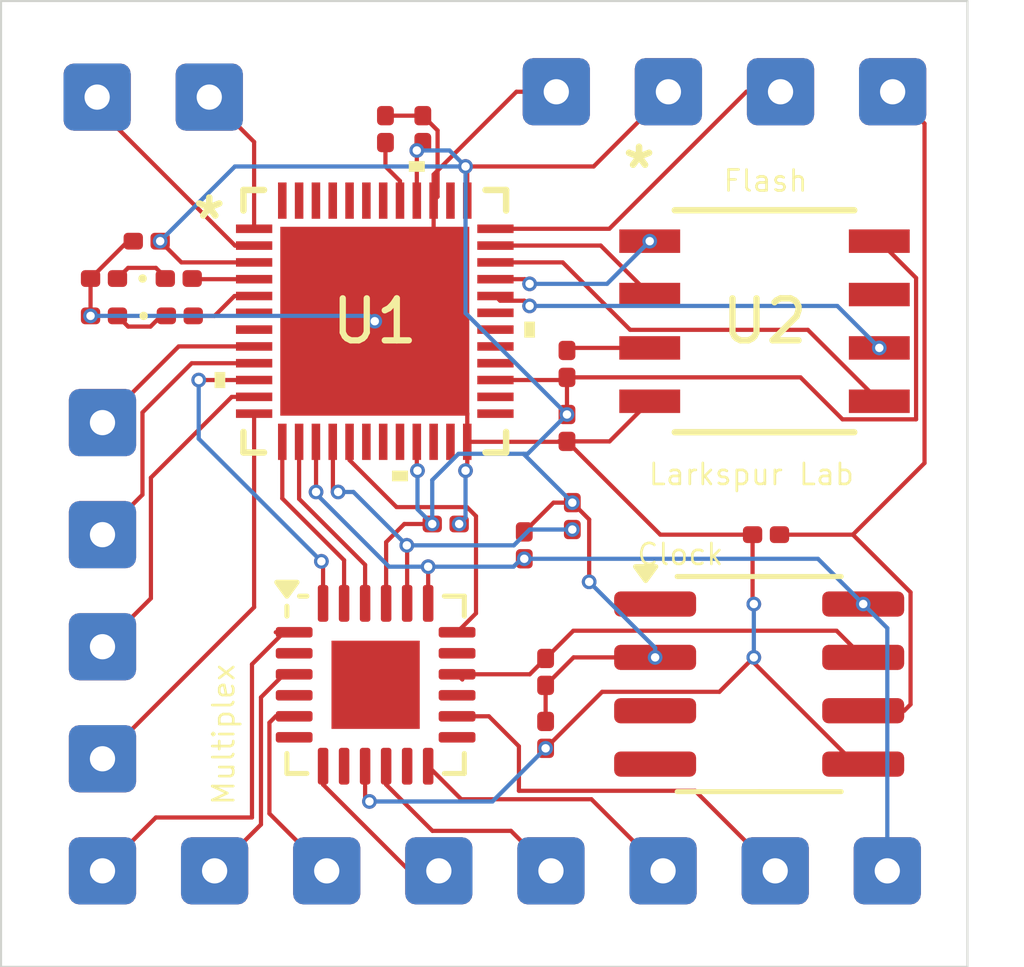
<source format=kicad_pcb>
(kicad_pcb (version 20241229) (generator "pcbnew") (generator_version "9.0")
  (layers (0 "F.Cu" signal) (2 "B.Cu" signal) (13 "F.Paste" user) (15 "B.Paste" user) (5 "F.SilkS" user "F.Silkscreen") (7 "B.SilkS" user "B.Silkscreen") (1 "F.Mask" user) (3 "B.Mask" user) (25 "Edge.Cuts" user))
  (net 0 "")
  (net 1 "GND")
  (net 2 "Net-(U1-VCAP)")
  (net 3 "VDD_CLK")
  (net 4 "Net-(GLED1-A)")
  (net 5 "Net-(GLED1-K)")
  (net 6 "SD1")
  (net 7 "SD2")
  (net 8 "SD3")
  (net 9 "SD4")
  (net 10 "SD5")
  (net 11 "SD6")
  (net 12 "SD7")
  (net 13 "I2C2_SCL")
  (net 14 "GPIO1")
  (net 15 "GPIO2")
  (net 16 "SWDIO")
  (net 17 "SWCLK")
  (net 18 "USART1_RX")
  (net 19 "USART1_TX")
  (net 20 "NRST")
  (net 21 "Net-(RLED1-K)")
  (net 22 "Net-(U2-WP#)")
  (net 23 "SD0")
  (net 24 "Net-(RLED1-A)")
  (net 26 "SPI1_MOSI")
  (net 31 "A1")
  (net 33 "A0")
  (net 37 "I2C2_SDA")
  (net 39 "SPI1_CLK")
  (net 42 "SPI1_CS")
  (net 43 "MRST")
  (net 46 "A2")
  (net 49 "SPI1_MISO")
  (net 68 "Decoupler 1")
  (footprint "Connector_Wire:SolderWire-0.1sqmm_1x01_D0.4mm_OD1mm" (layer "F.Cu") (at 170.561 93.091)
    (property "Reference" "J4" (hide yes))
    (property "Value" "Pad" (hide yes))
    (pad "1" thru_hole roundrect (at 0 0) (size 1.6 1.6) (drill 0.6) (layers "*.Cu" "*.Mask") (roundrect_rratio 0.15625) (net 9 "SD4"))
  )
  (footprint "Package_SO:SOIC-8_3.9x4.9mm_P1.27mm" (layer "F.Cu") (at 175.514 88.646)
    (property "Reference" "U4" (hide yes))
    (property "Value" "DS3231MZ" (hide yes))
    (fp_line (start 0 -2.56) (end -1.95 -2.56) (stroke (width 0.12)) (layer "F.SilkS"))
    (fp_line (start 0 -2.56) (end 1.95 -2.56) (stroke (width 0.12)) (layer "F.SilkS"))
    (fp_line (start 0 2.56) (end -1.95 2.56) (stroke (width 0.12)) (layer "F.SilkS"))
    (fp_line (start 0 2.56) (end 1.95 2.56) (stroke (width 0.12)) (layer "F.SilkS"))
    (fp_poly (pts (xy -2.7 -2.465) (xy -2.94 -2.795) (xy -2.46 -2.795)) (stroke (width 0.12)) (fill yes) (layer "F.SilkS"))
    (pad "1" smd roundrect (at -2.475 -1.905) (size 1.95 0.6) (layers "F.Cu" "F.Mask" "F.Paste"))
    (pad "2" smd roundrect (at -2.475 -0.635) (size 1.95 0.6) (layers "F.Cu" "F.Mask" "F.Paste") (net 68 "Decoupler 1"))
    (pad "3" smd roundrect (at -2.475 0.635) (size 1.95 0.6) (layers "F.Cu" "F.Mask" "F.Paste"))
    (pad "4" smd roundrect (at -2.475 1.905) (size 1.95 0.6) (layers "F.Cu" "F.Mask" "F.Paste"))
    (pad "5" smd roundrect (at 2.475 1.905) (size 1.95 0.6) (layers "F.Cu" "F.Mask" "F.Paste") (net 1 "GND"))
    (pad "6" smd roundrect (at 2.475 0.635) (size 1.95 0.6) (layers "F.Cu" "F.Mask" "F.Paste") (net 3 "VDD_CLK"))
    (pad "7" smd roundrect (at 2.475 -0.635) (size 1.95 0.6) (layers "F.Cu" "F.Mask" "F.Paste") (net 12 "SD7"))
    (pad "8" smd roundrect (at 2.475 -1.905) (size 1.95 0.6) (layers "F.Cu" "F.Mask" "F.Paste") (net 13 "I2C2_SCL"))
  )
  (footprint "Connector_Wire:SolderWire-0.1sqmm_1x01_D0.4mm_OD1mm" (layer "F.Cu") (at 173.355 74.549)
    (property "Reference" "J15" (hide yes))
    (property "Value" "Pad" (hide yes))
    (pad "1" thru_hole roundrect (at 0 0) (size 1.6 1.6) (drill 0.6) (layers "*.Cu" "*.Mask") (roundrect_rratio 0.15625) (net 68 "Decoupler 1"))
  )
  (footprint "Connector_Wire:SolderWire-0.1sqmm_1x01_D0.4mm_OD1mm" (layer "F.Cu") (at 178.562 93.091)
    (property "Reference" "J8" (hide yes))
    (property "Value" "Pad" (hide yes))
    (pad "1" thru_hole roundrect (at 0 0) (size 1.6 1.6) (drill 0.6) (layers "*.Cu" "*.Mask") (roundrect_rratio 0.15625) (net 13 "I2C2_SCL"))
  )
  (footprint "Connector_Wire:SolderWire-0.1sqmm_1x01_D0.4mm_OD1mm" (layer "F.Cu") (at 159.893 85.09)
    (property "Reference" "J10" (hide yes))
    (property "Value" "Pad" (hide yes))
    (pad "1" thru_hole roundrect (at 0 0) (size 1.6 1.6) (drill 0.6) (layers "*.Cu" "*.Mask") (roundrect_rratio 0.15625) (net 15 "GPIO2"))
  )
  (footprint "Connector_Wire:SolderWire-0.1sqmm_1x01_D0.4mm_OD1mm" (layer "F.Cu") (at 162.56 93.091)
    (property "Reference" "J1" (hide yes))
    (property "Value" "Pad" (hide yes))
    (pad "1" thru_hole roundrect (at 0 0) (size 1.6 1.6) (drill 0.6) (layers "*.Cu" "*.Mask") (roundrect_rratio 0.15625) (net 6 "SD1"))
  )
  (footprint "Connector_Wire:SolderWire-0.1sqmm_1x01_D0.4mm_OD1mm" (layer "F.Cu") (at 159.893 87.757)
    (property "Reference" "J14" (hide yes))
    (property "Value" "Pad" (hide yes))
    (pad "1" thru_hole roundrect (at 0 0) (size 1.6 1.6) (drill 0.6) (layers "*.Cu" "*.Mask") (roundrect_rratio 0.15625) (net 19 "USART1_TX"))
  )
  (footprint "Connector_Wire:SolderWire-0.1sqmm_1x01_D0.4mm_OD1mm" (layer "F.Cu") (at 159.893 93.091)
    (property "Reference" "J7" (hide yes))
    (property "Value" "Pad" (hide yes))
    (pad "1" thru_hole roundrect (at 0 0) (size 1.6 1.6) (drill 0.6) (layers "*.Cu" "*.Mask") (roundrect_rratio 0.15625) (net 23 "SD0"))
  )
  (footprint "Resistor_SMD:R_0201_0603Metric" (layer "F.Cu") (at 170.942 81.026 -90)
    (property "Reference" "R3" (hide yes))
    (property "Value" "10k" (hide yes))
    (pad "1" smd roundrect (at -0.32 0 270) (size 0.46 0.4) (layers "F.Cu" "F.Mask") (net 22 "Net-(U2-WP#)"))
    (pad "2" smd roundrect (at 0.32 0 270) (size 0.46 0.4) (layers "F.Cu" "F.Mask") (net 68 "Decoupler 1"))
  )
  (footprint "Connector_Wire:SolderWire-0.1sqmm_1x01_D0.4mm_OD1mm" (layer "F.Cu") (at 176.022 74.549)
    (property "Reference" "J18" (hide yes))
    (property "Value" "Pad" (hide yes))
    (pad "1" thru_hole roundrect (at 0 0) (size 1.6 1.6) (drill 0.6) (layers "*.Cu" "*.Mask") (roundrect_rratio 0.15625) (net 20 "NRST"))
  )
  (footprint "Capacitor_SMD:C_0201_0603Metric" (layer "F.Cu") (at 160.945 78.105)
    (property "Reference" "C3" (hide yes))
    (property "Value" "0.1uF" (hide yes))
    (pad "1" smd roundrect (at -0.32 0) (size 0.46 0.4) (layers "F.Cu" "F.Mask") (net 1 "GND"))
    (pad "2" smd roundrect (at 0.32 0) (size 0.46 0.4) (layers "F.Cu" "F.Mask") (net 68 "Decoupler 1"))
  )
  (footprint "Capacitor_SMD:C_0201_0603Metric" (layer "F.Cu") (at 167.513 75.438 90)
    (property "Reference" "C6" (hide yes))
    (property "Value" "0.1uF" (hide yes))
    (pad "1" smd roundrect (at -0.32 0 90) (size 0.46 0.4) (layers "F.Cu" "F.Mask") (net 68 "Decoupler 1"))
    (pad "2" smd roundrect (at 0.32 0 90) (size 0.46 0.4) (layers "F.Cu" "F.Mask") (net 1 "GND"))
  )
  (footprint "STM32WL33CCV6:VFQFPN-48_6x6x0p9mm_STM" (layer "F.Cu") (at 166.37 80.01)
    (property "Reference" "U1" (at 0 0 0) (layer "F.SilkS"))
    (property "Value" "STM32WL33CCV6TR")
    (fp_line (start -3.1242 -3.1242) (end -3.1242 -2.634341) (stroke (width 0.1524)) (layer "F.SilkS"))
    (fp_line (start -3.1242 2.634341) (end -3.1242 3.1242) (stroke (width 0.1524)) (layer "F.SilkS"))
    (fp_line (start -3.1242 3.1242) (end -2.634341 3.1242) (stroke (width 0.1524)) (layer "F.SilkS"))
    (fp_line (start -2.634341 -3.1242) (end -3.1242 -3.1242) (stroke (width 0.1524)) (layer "F.SilkS"))
    (fp_line (start 2.634341 3.1242) (end 3.1242 3.1242) (stroke (width 0.1524)) (layer "F.SilkS"))
    (fp_line (start 3.1242 -3.1242) (end 2.634341 -3.1242) (stroke (width 0.1524)) (layer "F.SilkS"))
    (fp_line (start 3.1242 -2.634341) (end 3.1242 -3.1242) (stroke (width 0.1524)) (layer "F.SilkS"))
    (fp_line (start 3.1242 3.1242) (end 3.1242 2.634341) (stroke (width 0.1524)) (layer "F.SilkS"))
    (fp_poly (pts (xy -3.81 1.2095) (xy -3.81 1.5905) (xy -3.556 1.5905) (xy -3.556 1.2095)) (fill yes) (layer "F.SilkS"))
    (fp_poly (pts (xy 0.409499 3.556) (xy 0.409499 3.81) (xy 0.790499 3.81) (xy 0.790499 3.556)) (fill yes) (layer "F.SilkS"))
    (fp_poly (pts (xy 0.809501 -3.556) (xy 0.809501 -3.81) (xy 1.190501 -3.81) (xy 1.190501 -3.556)) (fill yes) (layer "F.SilkS"))
    (fp_poly (pts (xy 3.81 0.0095) (xy 3.81 0.3905) (xy 3.556 0.3905) (xy 3.556 0.0095)) (fill yes) (layer "F.SilkS"))
    (fp_text user "*" (at -3.937 -2.4 0) (layer "F.SilkS"))
    (fp_text user "*" (at -3.937 -2.4 0) (layer "F.SilkS"))
    (pad "1" smd rect (at -2.8702 -2.200001 90) (size 0.2032 0.8636) (layers "F.Cu" "F.Mask" "F.Paste") (net 16 "SWDIO"))
    (pad "2" smd rect (at -2.8702 -1.799999 90) (size 0.2032 0.8636) (layers "F.Cu" "F.Mask" "F.Paste") (net 17 "SWCLK"))
    (pad "3" smd rect (at -2.8702 -1.4 90) (size 0.2032 0.8636) (layers "F.Cu" "F.Mask" "F.Paste") (net 68 "Decoupler 1"))
    (pad "4" smd rect (at -2.8702 -1.000001 90) (size 0.2032 0.8636) (layers "F.Cu" "F.Mask" "F.Paste") (net 4 "Net-(GLED1-A)"))
    (pad "5" smd rect (at -2.8702 -0.599999 90) (size 0.2032 0.8636) (layers "F.Cu" "F.Mask" "F.Paste") (net 24 "Net-(RLED1-A)"))
    (pad "6" smd rect (at -2.8702 -0.2 90) (size 0.2032 0.8636) (layers "F.Cu" "F.Mask" "F.Paste"))
    (pad "7" smd rect (at -2.8702 0.2 90) (size 0.2032 0.8636) (layers "F.Cu" "F.Mask" "F.Paste"))
    (pad "8" smd rect (at -2.8702 0.599999 90) (size 0.2032 0.8636) (layers "F.Cu" "F.Mask" "F.Paste") (net 14 "GPIO1"))
    (pad "9" smd rect (at -2.8702 1.000001 90) (size 0.2032 0.8636) (layers "F.Cu" "F.Mask" "F.Paste") (net 15 "GPIO2"))
    (pad "10" smd rect (at -2.8702 1.4 90) (size 0.2032 0.8636) (layers "F.Cu" "F.Mask" "F.Paste") (net 43 "MRST"))
    (pad "11" smd rect (at -2.8702 1.799999 90) (size 0.2032 0.8636) (layers "F.Cu" "F.Mask" "F.Paste") (net 19 "USART1_TX"))
    (pad "12" smd rect (at -2.8702 2.200001 90) (size 0.2032 0.8636) (layers "F.Cu" "F.Mask" "F.Paste") (net 18 "USART1_RX"))
    (pad "13" smd rect (at -2.200001 2.8702) (size 0.2032 0.8636) (layers "F.Cu" "F.Mask" "F.Paste") (net 31 "A1"))
    (pad "14" smd rect (at -1.799999 2.8702) (size 0.2032 0.8636) (layers "F.Cu" "F.Mask" "F.Paste") (net 33 "A0"))
    (pad "15" smd rect (at -1.4 2.8702) (size 0.2032 0.8636) (layers "F.Cu" "F.Mask" "F.Paste") (net 13 "I2C2_SCL"))
    (pad "16" smd rect (at -1.000001 2.8702) (size 0.2032 0.8636) (layers "F.Cu" "F.Mask" "F.Paste") (net 37 "I2C2_SDA"))
    (pad "17" smd rect (at -0.599999 2.8702) (size 0.2032 0.8636) (layers "F.Cu" "F.Mask" "F.Paste") (net 46 "A2"))
    (pad "18" smd rect (at -0.2 2.8702) (size 0.2032 0.8636) (layers "F.Cu" "F.Mask" "F.Paste"))
    (pad "19" smd rect (at 0.2 2.8702) (size 0.2032 0.8636) (layers "F.Cu" "F.Mask" "F.Paste"))
    (pad "20" smd rect (at 0.599999 2.8702) (size 0.2032 0.8636) (layers "F.Cu" "F.Mask" "F.Paste"))
    (pad "21" smd rect (at 1.000001 2.8702) (size 0.2032 0.8636) (layers "F.Cu" "F.Mask" "F.Paste") (net 68 "Decoupler 1"))
    (pad "22" smd rect (at 1.4 2.8702) (size 0.2032 0.8636) (layers "F.Cu" "F.Mask" "F.Paste"))
    (pad "23" smd rect (at 1.799999 2.8702) (size 0.2032 0.8636) (layers "F.Cu" "F.Mask" "F.Paste"))
    (pad "24" smd rect (at 2.200001 2.8702) (size 0.2032 0.8636) (layers "F.Cu" "F.Mask" "F.Paste") (net 1 "GND"))
    (pad "25" smd rect (at 2.8702 2.200001 90) (size 0.2032 0.8636) (layers "F.Cu" "F.Mask" "F.Paste"))
    (pad "26" smd rect (at 2.8702 1.799999 90) (size 0.2032 0.8636) (layers "F.Cu" "F.Mask" "F.Paste"))
    (pad "27" smd rect (at 2.8702 1.4 90) (size 0.2032 0.8636) (layers "F.Cu" "F.Mask" "F.Paste") (net 68 "Decoupler 1"))
    (pad "28" smd rect (at 2.8702 1.000001 90) (size 0.2032 0.8636) (layers "F.Cu" "F.Mask" "F.Paste"))
    (pad "29" smd rect (at 2.8702 0.599999 90) (size 0.2032 0.8636) (layers "F.Cu" "F.Mask" "F.Paste"))
    (pad "30" smd rect (at 2.8702 0.2 90) (size 0.2032 0.8636) (layers "F.Cu" "F.Mask" "F.Paste"))
    (pad "31" smd rect (at 2.8702 -0.2 90) (size 0.2032 0.8636) (layers "F.Cu" "F.Mask" "F.Paste"))
    (pad "32" smd rect (at 2.8702 -0.599999 90) (size 0.2032 0.8636) (layers "F.Cu" "F.Mask" "F.Paste") (net 39 "SPI1_CLK"))
    (pad "33" smd rect (at 2.8702 -1.000001 90) (size 0.2032 0.8636) (layers "F.Cu" "F.Mask" "F.Paste") (net 42 "SPI1_CS"))
    (pad "34" smd rect (at 2.8702 -1.4 90) (size 0.2032 0.8636) (layers "F.Cu" "F.Mask" "F.Paste") (net 26 "SPI1_MOSI"))
    (pad "35" smd rect (at 2.8702 -1.799999 90) (size 0.2032 0.8636) (layers "F.Cu" "F.Mask" "F.Paste") (net 49 "SPI1_MISO"))
    (pad "36" smd rect (at 2.8702 -2.200001 90) (size 0.2032 0.8636) (layers "F.Cu" "F.Mask" "F.Paste") (net 20 "NRST"))
    (pad "37" smd rect (at 2.200001 -2.8702) (size 0.2032 0.8636) (layers "F.Cu" "F.Mask" "F.Paste") (net 68 "Decoupler 1"))
    (pad "38" smd rect (at 1.799999 -2.8702) (size 0.2032 0.8636) (layers "F.Cu" "F.Mask" "F.Paste"))
    (pad "39" smd rect (at 1.4 -2.8702) (size 0.2032 0.8636) (layers "F.Cu" "F.Mask" "F.Paste") (net 1 "GND"))
    (pad "40" smd rect (at 1.000001 -2.8702) (size 0.2032 0.8636) (layers "F.Cu" "F.Mask" "F.Paste") (net 68 "Decoupler 1"))
    (pad "41" smd rect (at 0.599999 -2.8702) (size 0.2032 0.8636) (layers "F.Cu" "F.Mask" "F.Paste") (net 2 "Net-(U1-VCAP)"))
    (pad "42" smd rect (at 0.2 -2.8702) (size 0.2032 0.8636) (layers "F.Cu" "F.Mask" "F.Paste"))
    (pad "43" smd rect (at -0.2 -2.8702) (size 0.2032 0.8636) (layers "F.Cu" "F.Mask" "F.Paste"))
    (pad "44" smd rect (at -0.599999 -2.8702) (size 0.2032 0.8636) (layers "F.Cu" "F.Mask" "F.Paste"))
    (pad "45" smd rect (at -1.000001 -2.8702) (size 0.2032 0.8636) (layers "F.Cu" "F.Mask" "F.Paste"))
    (pad "46" smd rect (at -1.4 -2.8702) (size 0.2032 0.8636) (layers "F.Cu" "F.Mask" "F.Paste"))
    (pad "47" smd rect (at -1.799999 -2.8702) (size 0.2032 0.8636) (layers "F.Cu" "F.Mask" "F.Paste"))
    (pad "48" smd rect (at -2.200001 -2.8702) (size 0.2032 0.8636) (layers "F.Cu" "F.Mask" "F.Paste"))
    (pad "49" smd rect (at 0 0) (size 4.4958 4.4958) (layers "F.Cu" "F.Mask" "F.Paste") (net 1 "GND"))
  )
  (footprint "Capacitor_SMD:C_0201_0603Metric" (layer "F.Cu") (at 166.624 75.438 90)
    (property "Reference" "C2" (hide yes))
    (property "Value" "4.7uF" (hide yes))
    (pad "1" smd roundrect (at -0.32 0 90) (size 0.46 0.4) (layers "F.Cu" "F.Mask") (net 2 "Net-(U1-VCAP)"))
    (pad "2" smd roundrect (at 0.32 0 90) (size 0.46 0.4) (layers "F.Cu" "F.Mask") (net 1 "GND"))
  )
  (footprint "Capacitor_SMD:C_0201_0603Metric" (layer "F.Cu") (at 170.434 89.855 -90)
    (property "Reference" "C10" (hide yes))
    (property "Value" "0.1uF" (hide yes))
    (pad "1" smd roundrect (at -0.32 0 270) (size 0.46 0.4) (layers "F.Cu" "F.Mask") (net 68 "Decoupler 1"))
    (pad "2" smd roundrect (at 0.32 0 270) (size 0.46 0.4) (layers "F.Cu" "F.Mask") (net 1 "GND"))
  )
  (footprint "Resistor_SMD:R_0201_0603Metric" (layer "F.Cu") (at 159.929 79.883)
    (property "Reference" "R2" (hide yes))
    (property "Value" "82" (hide yes))
    (pad "1" smd roundrect (at -0.32 0) (size 0.46 0.4) (layers "F.Cu" "F.Mask") (net 1 "GND"))
    (pad "2" smd roundrect (at 0.32 0) (size 0.46 0.4) (layers "F.Cu" "F.Mask") (net 21 "Net-(RLED1-K)"))
  )
  (footprint "LED_SMD:LED_0201_0603Metric" (layer "F.Cu") (at 161.707 78.994)
    (property "Reference" "GLED1" (hide yes))
    (property "Value" "2.1V" (hide yes))
    (fp_circle (center -0.86 0) (end -0.81 0) (stroke (width 0.1)) (fill no) (layer "F.SilkS"))
    (pad "1" smd roundrect (at -0.32 0) (size 0.46 0.4) (layers "F.Cu" "F.Mask") (net 5 "Net-(GLED1-K)"))
    (pad "2" smd roundrect (at 0.32 0) (size 0.46 0.4) (layers "F.Cu" "F.Mask") (net 4 "Net-(GLED1-A)"))
  )
  (footprint "Connector_Wire:SolderWire-0.1sqmm_1x01_D0.4mm_OD1mm" (layer "F.Cu") (at 162.433 74.676)
    (property "Reference" "J11" (hide yes))
    (property "Value" "Pad" (hide yes))
    (pad "1" thru_hole roundrect (at 0 0) (size 1.6 1.6) (drill 0.6) (layers "*.Cu" "*.Mask") (roundrect_rratio 0.15625) (net 16 "SWDIO"))
  )
  (footprint "Resistor_SMD:R_0201_0603Metric" (layer "F.Cu") (at 169.926 85.344 -90)
    (property "Reference" "R4" (hide yes))
    (property "Value" "4.7k" (hide yes))
    (pad "1" smd roundrect (at -0.32 0 270) (size 0.46 0.4) (layers "F.Cu" "F.Mask") (net 68 "Decoupler 1"))
    (pad "2" smd roundrect (at 0.32 0 270) (size 0.46 0.4) (layers "F.Cu" "F.Mask") (net 13 "I2C2_SCL"))
  )
  (footprint "Connector_Wire:SolderWire-0.1sqmm_1x01_D0.4mm_OD1mm" (layer "F.Cu") (at 159.893 82.423)
    (property "Reference" "J9" (hide yes))
    (property "Value" "Pad" (hide yes))
    (pad "1" thru_hole roundrect (at 0 0) (size 1.6 1.6) (drill 0.6) (layers "*.Cu" "*.Mask") (roundrect_rratio 0.15625) (net 14 "GPIO1"))
  )
  (footprint "Connector_Wire:SolderWire-0.1sqmm_1x01_D0.4mm_OD1mm" (layer "F.Cu") (at 159.766 74.676)
    (property "Reference" "J12" (hide yes))
    (property "Value" "Pad" (hide yes))
    (pad "1" thru_hole roundrect (at 0 0) (size 1.6 1.6) (drill 0.6) (layers "*.Cu" "*.Mask") (roundrect_rratio 0.15625) (net 17 "SWCLK"))
  )
  (footprint "Package_DFN_QFN:Texas_RGE0024C_VQFN-24-1EP_4x4mm_P0.5mm_EP2.1x2.1mm" (layer "F.Cu") (at 166.39 88.663)
    (property "Reference" "U3" (hide yes))
    (property "Value" "TCA9548AMRGER" (hide yes))
    (fp_line (start -2.11 -1.635) (end -2.11 -1.87) (stroke (width 0.12)) (layer "F.SilkS"))
    (fp_line (start -2.11 2.11) (end -2.11 1.635) (stroke (width 0.12)) (layer "F.SilkS"))
    (fp_line (start -1.635 -2.11) (end -1.81 -2.11) (stroke (width 0.12)) (layer "F.SilkS"))
    (fp_line (start -1.635 2.11) (end -2.11 2.11) (stroke (width 0.12)) (layer "F.SilkS"))
    (fp_line (start 1.635 -2.11) (end 2.11 -2.11) (stroke (width 0.12)) (layer "F.SilkS"))
    (fp_line (start 1.635 2.11) (end 2.11 2.11) (stroke (width 0.12)) (layer "F.SilkS"))
    (fp_line (start 2.11 -2.11) (end 2.11 -1.635) (stroke (width 0.12)) (layer "F.SilkS"))
    (fp_line (start 2.11 2.11) (end 2.11 1.635) (stroke (width 0.12)) (layer "F.SilkS"))
    (fp_poly (pts (xy -2.11 -2.11) (xy -2.35 -2.44) (xy -1.87 -2.44)) (stroke (width 0.12)) (fill yes) (layer "F.SilkS"))
    (pad "1" smd roundrect (at -1.9375 -1.25) (size 0.875 0.25) (layers "F.Cu" "F.Mask" "F.Paste") (net 23 "SD0"))
    (pad "2" smd roundrect (at -1.9375 -0.75) (size 0.875 0.25) (layers "F.Cu" "F.Mask" "F.Paste"))
    (pad "3" smd roundrect (at -1.9375 -0.25) (size 0.875 0.25) (layers "F.Cu" "F.Mask" "F.Paste") (net 6 "SD1"))
    (pad "4" smd roundrect (at -1.9375 0.25) (size 0.875 0.25) (layers "F.Cu" "F.Mask" "F.Paste"))
    (pad "5" smd roundrect (at -1.9375 0.75) (size 0.875 0.25) (layers "F.Cu" "F.Mask" "F.Paste") (net 7 "SD2"))
    (pad "6" smd roundrect (at -1.9375 1.25) (size 0.875 0.25) (layers "F.Cu" "F.Mask" "F.Paste"))
    (pad "7" smd roundrect (at -1.25 1.9375) (size 0.25 0.875) (layers "F.Cu" "F.Mask" "F.Paste") (net 8 "SD3"))
    (pad "8" smd roundrect (at -0.75 1.9375) (size 0.25 0.875) (layers "F.Cu" "F.Mask" "F.Paste"))
    (pad "9" smd roundrect (at -0.25 1.9375) (size 0.25 0.875) (layers "F.Cu" "F.Mask" "F.Paste") (net 1 "GND"))
    (pad "10" smd roundrect (at 0.25 1.9375) (size 0.25 0.875) (layers "F.Cu" "F.Mask" "F.Paste") (net 9 "SD4"))
    (pad "11" smd roundrect (at 0.75 1.9375) (size 0.25 0.875) (layers "F.Cu" "F.Mask" "F.Paste"))
    (pad "12" smd roundrect (at 1.25 1.9375) (size 0.25 0.875) (layers "F.Cu" "F.Mask" "F.Paste") (net 10 "SD5"))
    (pad "13" smd roundrect (at 1.9375 1.25) (size 0.875 0.25) (layers "F.Cu" "F.Mask" "F.Paste"))
    (pad "14" smd roundrect (at 1.9375 0.75) (size 0.875 0.25) (layers "F.Cu" "F.Mask" "F.Paste") (net 11 "SD6"))
    (pad "15" smd roundrect (at 1.9375 0.25) (size 0.875 0.25) (layers "F.Cu" "F.Mask" "F.Paste"))
    (pad "16" smd roundrect (at 1.9375 -0.25) (size 0.875 0.25) (layers "F.Cu" "F.Mask" "F.Paste") (net 12 "SD7"))
    (pad "17" smd roundrect (at 1.9375 -0.75) (size 0.875 0.25) (layers "F.Cu" "F.Mask" "F.Paste"))
    (pad "18" smd roundrect (at 1.9375 -1.25) (size 0.875 0.25) (layers "F.Cu" "F.Mask" "F.Paste") (net 46 "A2"))
    (pad "19" smd roundrect (at 1.25 -1.9375) (size 0.25 0.875) (layers "F.Cu" "F.Mask" "F.Paste") (net 13 "I2C2_SCL"))
    (pad "20" smd roundrect (at 0.75 -1.9375) (size 0.25 0.875) (layers "F.Cu" "F.Mask" "F.Paste") (net 37 "I2C2_SDA"))
    (pad "21" smd roundrect (at 0.25 -1.9375) (size 0.25 0.875) (layers "F.Cu" "F.Mask" "F.Paste") (net 68 "Decoupler 1"))
    (pad "22" smd roundrect (at -0.25 -1.9375) (size 0.25 0.875) (layers "F.Cu" "F.Mask" "F.Paste") (net 33 "A0"))
    (pad "23" smd roundrect (at -0.75 -1.9375) (size 0.25 0.875) (layers "F.Cu" "F.Mask" "F.Paste") (net 31 "A1"))
    (pad "24" smd roundrect (at -1.25 -1.9375) (size 0.25 0.875) (layers "F.Cu" "F.Mask" "F.Paste") (net 43 "MRST"))
    (pad "25" smd rect (at 0 0) (size 2.1 2.1) (property pad_prop_heatsink) (layers "F.Cu" "F.Mask"))
  )
  (footprint "MX25V5126FM1I:8-SOP_MX25V_M1_MAC" (layer "F.Cu") (at 175.641 80.01)
    (property "Reference" "U2" (at 0 0 0) (layer "F.SilkS"))
    (property "Value" "MX25V5126FM1I")
    (fp_line (start -2.1336 2.6416) (end 2.1336 2.6416) (stroke (width 0.1524)) (layer "F.SilkS"))
    (fp_line (start 2.1336 -2.6416) (end -2.1336 -2.6416) (stroke (width 0.1524)) (layer "F.SilkS"))
    (fp_text user "*" (at -2.9845 -3.6068 0) (layer "F.SilkS"))
    (fp_text user "*" (at -2.9845 -3.6068 0) (layer "F.SilkS"))
    (pad "1" smd rect (at -2.7305 -1.905) (size 1.4478 0.5588) (layers "F.Cu" "F.Mask" "F.Paste") (net 42 "SPI1_CS"))
    (pad "2" smd rect (at -2.7305 -0.635) (size 1.4478 0.5588) (layers "F.Cu" "F.Mask" "F.Paste") (net 49 "SPI1_MISO"))
    (pad "3" smd rect (at -2.7305 0.635) (size 1.4478 0.5588) (layers "F.Cu" "F.Mask" "F.Paste") (net 22 "Net-(U2-WP#)"))
    (pad "4" smd rect (at -2.7305 1.905) (size 1.4478 0.5588) (layers "F.Cu" "F.Mask" "F.Paste") (net 1 "GND"))
    (pad "5" smd rect (at 2.7305 1.905) (size 1.4478 0.5588) (layers "F.Cu" "F.Mask" "F.Paste") (net 26 "SPI1_MOSI"))
    (pad "6" smd rect (at 2.7305 0.635) (size 1.4478 0.5588) (layers "F.Cu" "F.Mask" "F.Paste") (net 39 "SPI1_CLK"))
    (pad "7" smd rect (at 2.7305 -0.635) (size 1.4478 0.5588) (layers "F.Cu" "F.Mask" "F.Paste"))
    (pad "8" smd rect (at 2.7305 -1.905) (size 1.4478 0.5588) (layers "F.Cu" "F.Mask" "F.Paste") (net 68 "Decoupler 1"))
  )
  (footprint "Capacitor_SMD:C_0201_0603Metric" (layer "F.Cu") (at 175.677 85.09 180)
    (property "Reference" "C11" (hide yes))
    (property "Value" "0.1uF" (hide yes))
    (pad "1" smd roundrect (at -0.32 0 180) (size 0.46 0.4) (layers "F.Cu" "F.Mask") (net 3 "VDD_CLK"))
    (pad "2" smd roundrect (at 0.32 0 180) (size 0.46 0.4) (layers "F.Cu" "F.Mask") (net 1 "GND"))
  )
  (footprint "Connector_Wire:SolderWire-0.1sqmm_1x01_D0.4mm_OD1mm" (layer "F.Cu") (at 173.228 93.091)
    (property "Reference" "J5" (hide yes))
    (property "Value" "Pad" (hide yes))
    (pad "1" thru_hole roundrect (at 0 0) (size 1.6 1.6) (drill 0.6) (layers "*.Cu" "*.Mask") (roundrect_rratio 0.15625) (net 10 "SD5"))
  )
  (footprint "Resistor_SMD:R_0201_0603Metric" (layer "F.Cu") (at 159.929 78.994)
    (property "Reference" "R1" (hide yes))
    (property "Value" "82" (hide yes))
    (pad "1" smd roundrect (at -0.32 0) (size 0.46 0.4) (layers "F.Cu" "F.Mask") (net 1 "GND"))
    (pad "2" smd roundrect (at 0.32 0) (size 0.46 0.4) (layers "F.Cu" "F.Mask") (net 5 "Net-(GLED1-K)"))
  )
  (footprint "Capacitor_SMD:C_0201_0603Metric" (layer "F.Cu") (at 170.942 82.55 -90)
    (property "Reference" "C8" (hide yes))
    (property "Value" "0.1uF" (hide yes))
    (pad "1" smd roundrect (at -0.32 0 270) (size 0.46 0.4) (layers "F.Cu" "F.Mask") (net 68 "Decoupler 1"))
    (pad "2" smd roundrect (at 0.32 0 270) (size 0.46 0.4) (layers "F.Cu" "F.Mask") (net 1 "GND"))
  )
  (footprint "Connector_Wire:SolderWire-0.1sqmm_1x01_D0.4mm_OD1mm" (layer "F.Cu") (at 165.227 93.091)
    (property "Reference" "J2" (hide yes))
    (property "Value" "Pad" (hide yes))
    (pad "1" thru_hole roundrect (at 0 0) (size 1.6 1.6) (drill 0.6) (layers "*.Cu" "*.Mask") (roundrect_rratio 0.15625) (net 7 "SD2"))
  )
  (footprint "Resistor_SMD:R_0201_0603Metric" (layer "F.Cu") (at 171.069 84.648 90)
    (property "Reference" "R5" (hide yes))
    (property "Value" "10k" (hide yes))
    (pad "1" smd roundrect (at -0.32 0 90) (size 0.46 0.4) (layers "F.Cu" "F.Mask") (net 37 "I2C2_SDA"))
    (pad "2" smd roundrect (at 0.32 0 90) (size 0.46 0.4) (layers "F.Cu" "F.Mask") (net 68 "Decoupler 1"))
  )
  (footprint "Connector_Wire:SolderWire-0.1sqmm_1x01_D0.4mm_OD1mm" (layer "F.Cu") (at 167.894 93.091)
    (property "Reference" "J3" (hide yes))
    (property "Value" "Pad" (hide yes))
    (pad "1" thru_hole roundrect (at 0 0) (size 1.6 1.6) (drill 0.6) (layers "*.Cu" "*.Mask") (roundrect_rratio 0.15625) (net 8 "SD3"))
  )
  (footprint "Connector_Wire:SolderWire-0.1sqmm_1x01_D0.4mm_OD1mm" (layer "F.Cu") (at 175.895 93.091)
    (property "Reference" "J6" (hide yes))
    (property "Value" "Pad" (hide yes))
    (pad "1" thru_hole roundrect (at 0 0) (size 1.6 1.6) (drill 0.6) (layers "*.Cu" "*.Mask") (roundrect_rratio 0.15625) (net 11 "SD6"))
  )
  (footprint "Connector_Wire:SolderWire-0.1sqmm_1x01_D0.4mm_OD1mm" (layer "F.Cu") (at 159.893 90.424)
    (property "Reference" "J13" (hide yes))
    (property "Value" "Pad" (hide yes))
    (pad "1" thru_hole roundrect (at 0 0) (size 1.6 1.6) (drill 0.6) (layers "*.Cu" "*.Mask") (roundrect_rratio 0.15625) (net 18 "USART1_RX"))
  )
  (footprint "Capacitor_SMD:C_0201_0603Metric" (layer "F.Cu") (at 168.057 84.836)
    (property "Reference" "C9" (hide yes))
    (property "Value" "0.1uF" (hide yes))
    (pad "1" smd roundrect (at -0.32 0) (size 0.46 0.4) (layers "F.Cu" "F.Mask") (net 68 "Decoupler 1"))
    (pad "2" smd roundrect (at 0.32 0) (size 0.46 0.4) (layers "F.Cu" "F.Mask") (net 1 "GND"))
  )
  (footprint "Resistor_SMD:R_0201_0603Metric" (layer "F.Cu") (at 170.434 88.356 90)
    (property "Reference" "R7" (hide yes))
    (property "Value" "10k" (hide yes))
    (pad "1" smd roundrect (at -0.32 0 90) (size 0.46 0.4) (layers "F.Cu" "F.Mask") (net 68 "Decoupler 1"))
    (pad "2" smd roundrect (at 0.32 0 90) (size 0.46 0.4) (layers "F.Cu" "F.Mask") (net 12 "SD7"))
  )
  (footprint "Connector_Wire:SolderWire-0.1sqmm_1x01_D0.4mm_OD1mm" (layer "F.Cu") (at 178.689 74.549)
    (property "Reference" "J16" (hide yes))
    (property "Value" "Pad" (hide yes))
    (pad "1" thru_hole roundrect (at 0 0) (size 1.6 1.6) (drill 0.6) (layers "*.Cu" "*.Mask") (roundrect_rratio 0.15625) (net 3 "VDD_CLK"))
  )
  (footprint "Connector_Wire:SolderWire-0.1sqmm_1x01_D0.4mm_OD1mm" (layer "F.Cu") (at 170.688 74.549)
    (property "Reference" "J17" (hide yes))
    (property "Value" "Pad" (hide yes))
    (pad "1" thru_hole roundrect (at 0 0) (size 1.6 1.6) (drill 0.6) (layers "*.Cu" "*.Mask") (roundrect_rratio 0.15625) (net 1 "GND"))
  )
  (footprint "LED_SMD:LED_0201_0603Metric" (layer "F.Cu") (at 161.732 79.883)
    (property "Reference" "RLED1" (hide yes))
    (property "Value" "2V" (hide yes))
    (fp_circle (center -0.86 0) (end -0.81 0) (stroke (width 0.1)) (fill no) (layer "F.SilkS"))
    (pad "1" smd roundrect (at -0.32 0) (size 0.46 0.4) (layers "F.Cu" "F.Mask") (net 21 "Net-(RLED1-K)"))
    (pad "2" smd roundrect (at 0.32 0) (size 0.46 0.4) (layers "F.Cu" "F.Mask") (net 24 "Net-(RLED1-A)"))
  )
  (gr_line (start 157.48 72.39) (end 157.48 95.377) (stroke (width 0.05)) (layer "Edge.Cuts"))
  (gr_line (start 157.48 72.39) (end 180.467 72.39) (stroke (width 0.05)) (layer "Edge.Cuts"))
  (gr_line (start 180.467 95.377) (end 157.48 95.377) (stroke (width 0.05)) (layer "Edge.Cuts"))
  (gr_line (start 180.467 72.39) (end 180.467 95.377) (stroke (width 0.05)) (layer "Edge.Cuts"))
  (gr_text "Larkspur Lab" (at 172.847 83.947 0) (layer "F.SilkS") (effects (font (size 0.5 0.5) (thickness 0.0625)) (justify left bottom)))
  (gr_text "Clock" (at 172.574 85.851 0) (layer "F.SilkS") (effects (font (size 0.5 0.5) (thickness 0.0625)) (justify left bottom)))
  (gr_text "Flash" (at 174.625 76.962 0) (layer "F.SilkS") (effects (font (size 0.5 0.5) (thickness 0.0625)) (justify left bottom)))
  (gr_text "Multiplex" (at 163.068 91.567 90) (layer "F.SilkS") (effects (font (size 0.5 0.5) (thickness 0.0625)) (justify left bottom)))
  (segment (start 167.77 78.61) (end 166.37 80.01) (width 0.1) (layer "F.Cu") (net 1))
  (segment (start 175.357 85.09) (end 173.162 85.09) (width 0.1) (layer "F.Cu") (net 1))
  (segment (start 175.387 88.138) (end 177.8 90.551) (width 0.1) (layer "F.Cu") (net 1))
  (segment (start 174.568 88.83) (end 175.387 88.011) (width 0.1) (layer "F.Cu") (net 1))
  (segment (start 169.7399 74.549) (end 167.77 76.5189) (width 0.1) (layer "F.Cu") (net 1))
  (segment (start 175.357 86.711) (end 175.387 86.741) (width 0.1) (layer "F.Cu") (net 1))
  (segment (start 167.77 77.1398) (end 167.77 78.61) (width 0.1) (layer "F.Cu") (net 1))
  (segment (start 166.14 90.6005) (end 166.14 91.337) (width 0.1) (layer "F.Cu") (net 1))
  (segment (start 160.625 78.105) (end 160.498 78.105) (width 0.1) (layer "F.Cu") (net 1))
  (segment (start 170.942 82.87) (end 171.9555 82.87) (width 0.1) (layer "F.Cu") (net 1))
  (segment (start 167.864 77.0458) (end 167.864 75.469) (width 0.1) (layer "F.Cu") (net 1))
  (segment (start 167.77 77.1398) (end 167.864 77.0458) (width 0.1) (layer "F.Cu") (net 1))
  (segment (start 160.498 78.105) (end 159.609 78.994) (width 0.1) (layer "F.Cu") (net 1))
  (segment (start 171.779 88.83) (end 174.568 88.83) (width 0.1) (layer "F.Cu") (net 1))
  (segment (start 175.357 85.09) (end 175.357 86.711) (width 0.1) (layer "F.Cu") (net 1))
  (segment (start 170.7388 82.8802) (end 168.570001 82.8802) (width 0.1) (layer "F.Cu") (net 1))
  (segment (start 170.688 74.549) (end 169.7399 74.549) (width 0.1) (layer "F.Cu") (net 1))
  (segment (start 170.749 82.87) (end 170.7388 82.8802) (width 0.1) (layer "F.Cu") (net 1))
  (segment (start 166.14 91.337) (end 166.243 91.44) (width 0.1) (layer "F.Cu") (net 1))
  (segment (start 167.864 75.469) (end 167.513 75.118) (width 0.1) (layer "F.Cu") (net 1))
  (segment (start 166.624 75.118) (end 167.513 75.118) (width 0.1) (layer "F.Cu") (net 1))
  (segment (start 177.8 90.551) (end 177.989 90.551) (width 0.1) (layer "F.Cu") (net 1))
  (segment (start 175.387 88.011) (end 175.387 88.138) (width 0.1) (layer "F.Cu") (net 1))
  (segment (start 159.609 78.994) (end 159.609 79.883) (width 0.1) (layer "F.Cu") (net 1))
  (segment (start 170.942 82.87) (end 170.749 82.87) (width 0.1) (layer "F.Cu") (net 1))
  (segment (start 167.77 76.5189) (end 167.77 77.1398) (width 0.1) (layer "F.Cu") (net 1))
  (segment (start 170.434 90.175) (end 171.779 88.83) (width 0.1) (layer "F.Cu") (net 1))
  (segment (start 168.570001 82.210001) (end 166.37 80.01) (width 0.1) (layer "F.Cu") (net 1))
  (segment (start 168.570001 82.8802) (end 168.570001 82.210001) (width 0.1) (layer "F.Cu") (net 1))
  (segment (start 173.162 85.09) (end 170.942 82.87) (width 0.1) (layer "F.Cu") (net 1))
  (segment (start 171.9555 82.87) (end 172.9105 81.915) (width 0.1) (layer "F.Cu") (net 1))
  (segment (start 168.570001 83.524999) (end 168.529 83.566) (width 0.1) (layer "F.Cu") (net 1))
  (segment (start 168.570001 82.8802) (end 168.570001 83.524999) (width 0.1) (layer "F.Cu") (net 1))
  (via (at 168.377 84.836) (size 0.35) (drill 0.2) (layers "F.Cu" "B.Cu") (net 1))
  (via (at 159.609 79.883) (size 0.35) (drill 0.2) (layers "F.Cu" "B.Cu") (net 1))
  (via (at 175.387 86.741) (size 0.35) (drill 0.2) (layers "F.Cu" "B.Cu") (net 1))
  (via (at 168.529 83.566) (size 0.35) (drill 0.2) (layers "F.Cu" "B.Cu") (net 1))
  (via (at 166.37 80.01) (size 0.35) (drill 0.2) (layers "F.Cu" "B.Cu") (net 1))
  (via (at 166.243 91.44) (size 0.35) (drill 0.2) (layers "F.Cu" "B.Cu") (net 1))
  (via (at 170.434 90.175) (size 0.35) (drill 0.2) (layers "F.Cu" "B.Cu") (net 1))
  (via (at 175.387 88.011) (size 0.35) (drill 0.2) (layers "F.Cu" "B.Cu") (net 1))
  (segment (start 166.243 79.883) (end 166.37 80.01) (width 0.1) (layer "B.Cu") (net 1))
  (segment (start 175.387 86.741) (end 175.387 88.011) (width 0.1) (layer "B.Cu") (net 1))
  (segment (start 168.529 83.566) (end 168.529 84.684) (width 0.1) (layer "B.Cu") (net 1))
  (segment (start 166.243 91.44) (end 169.169 91.44) (width 0.1) (layer "B.Cu") (net 1))
  (segment (start 159.609 79.883) (end 166.243 79.883) (width 0.1) (layer "B.Cu") (net 1))
  (segment (start 168.529 84.684) (end 168.377 84.836) (width 0.1) (layer "B.Cu") (net 1))
  (segment (start 169.169 91.44) (end 170.434 90.175) (width 0.1) (layer "B.Cu") (net 1))
  (segment (start 166.969999 77.1398) (end 166.969999 76.672999) (width 0.1) (layer "F.Cu") (net 2))
  (segment (start 166.624 76.327) (end 166.624 75.758) (width 0.1) (layer "F.Cu") (net 2))
  (segment (start 166.969999 76.672999) (end 166.624 76.327) (width 0.1) (layer "F.Cu") (net 2))
  (segment (start 179.115 89.129999) (end 179.115 86.462164) (width 0.1) (layer "F.Cu") (net 3))
  (segment (start 179.115 86.462164) (end 177.742836 85.09) (width 0.1) (layer "F.Cu") (net 3))
  (segment (start 178.689 74.549) (end 179.4474 75.3074) (width 0.1) (layer "F.Cu") (net 3))
  (segment (start 179.4474 75.3074) (end 179.4474 83.385436) (width 0.1) (layer "F.Cu") (net 3))
  (segment (start 177.742836 85.09) (end 175.997 85.09) (width 0.1) (layer "F.Cu") (net 3))
  (segment (start 178.963999 89.281) (end 179.115 89.129999) (width 0.1) (layer "F.Cu") (net 3))
  (segment (start 177.989 89.281) (end 178.963999 89.281) (width 0.1) (layer "F.Cu") (net 3))
  (segment (start 179.4474 83.385436) (end 177.742836 85.09) (width 0.1) (layer "F.Cu") (net 3))
  (segment (start 163.4998 79.009999) (end 162.042999 79.009999) (width 0.1) (layer "F.Cu") (net 4))
  (segment (start 162.042999 79.009999) (end 162.027 78.994) (width 0.1) (layer "F.Cu") (net 4))
  (segment (start 161.387 78.964) (end 161.163 78.74) (width 0.1) (layer "F.Cu") (net 5))
  (segment (start 161.163 78.74) (end 160.503 78.74) (width 0.1) (layer "F.Cu") (net 5))
  (segment (start 160.503 78.74) (end 160.249 78.994) (width 0.1) (layer "F.Cu") (net 5))
  (segment (start 161.387 78.994) (end 161.387 78.964) (width 0.1) (layer "F.Cu") (net 5))
  (segment (start 163.663 88.961334) (end 164.211334 88.413) (width 0.1) (layer "F.Cu") (net 6))
  (segment (start 164.211334 88.413) (end 164.4525 88.413) (width 0.1) (layer "F.Cu") (net 6))
  (segment (start 163.663 91.988) (end 163.663 88.961334) (width 0.1) (layer "F.Cu") (net 6))
  (segment (start 162.56 93.091) (end 163.663 91.988) (width 0.1) (layer "F.Cu") (net 6))
  (segment (start 163.864 91.728) (end 165.227 93.091) (width 0.1) (layer "F.Cu") (net 7))
  (segment (start 164.4525 89.413) (end 164.015001 89.413) (width 0.1) (layer "F.Cu") (net 7))
  (segment (start 164.015001 89.413) (end 163.864 89.564001) (width 0.1) (layer "F.Cu") (net 7))
  (segment (start 163.864 89.564001) (end 163.864 91.728) (width 0.1) (layer "F.Cu") (net 7))
  (segment (start 167.193001 93.091) (end 167.894 93.091) (width 0.1) (layer "F.Cu") (net 8))
  (segment (start 165.14 91.037999) (end 167.193001 93.091) (width 0.1) (layer "F.Cu") (net 8))
  (segment (start 165.14 90.6005) (end 165.14 91.037999) (width 0.1) (layer "F.Cu") (net 8))
  (segment (start 166.64 91.037999) (end 167.742001 92.14) (width 0.1) (layer "F.Cu") (net 9))
  (segment (start 166.64 90.6005) (end 166.64 91.037999) (width 0.1) (layer "F.Cu") (net 9))
  (segment (start 169.61 92.14) (end 170.561 93.091) (width 0.1) (layer "F.Cu") (net 9))
  (segment (start 167.742001 92.14) (end 169.61 92.14) (width 0.1) (layer "F.Cu") (net 9))
  (segment (start 171.524 91.387) (end 173.228 93.091) (width 0.1) (layer "F.Cu") (net 10))
  (segment (start 167.64 90.6005) (end 168.4265 91.387) (width 0.1) (layer "F.Cu") (net 10))
  (segment (start 168.4265 91.387) (end 171.524 91.387) (width 0.1) (layer "F.Cu") (net 10))
  (segment (start 169.084262 89.413) (end 169.799 90.127738) (width 0.1) (layer "F.Cu") (net 11))
  (segment (start 168.3275 89.413) (end 169.084262 89.413) (width 0.1) (layer "F.Cu") (net 11))
  (segment (start 169.799 91.186) (end 173.99 91.186) (width 0.1) (layer "F.Cu") (net 11))
  (segment (start 169.799 90.127738) (end 169.799 91.186) (width 0.1) (layer "F.Cu") (net 11))
  (segment (start 173.99 91.186) (end 175.895 93.091) (width 0.1) (layer "F.Cu") (net 11))
  (segment (start 168.3275 88.413) (end 168.452499 88.537999) (width 0.1) (layer "F.Cu") (net 12))
  (segment (start 168.3275 88.413) (end 170.057 88.413) (width 0.1) (layer "F.Cu") (net 12))
  (segment (start 170.057 88.413) (end 170.434 88.036) (width 0.1) (layer "F.Cu") (net 12))
  (segment (start 171.094 87.376) (end 177.354 87.376) (width 0.1) (layer "F.Cu") (net 12))
  (segment (start 177.354 87.376) (end 177.989 88.011) (width 0.1) (layer "F.Cu") (net 12))
  (segment (start 170.434 88.036) (end 171.094 87.376) (width 0.1) (layer "F.Cu") (net 12))
  (segment (start 167.64 86.7255) (end 167.64 85.852) (width 0.1) (layer "F.Cu") (net 13))
  (segment (start 164.97 82.8802) (end 164.973 82.8832) (width 0.1) (layer "F.Cu") (net 13))
  (segment (start 164.973 82.8832) (end 164.973 84.074) (width 0.1) (layer "F.Cu") (net 13))
  (via (at 164.973 84.074) (size 0.35) (drill 0.2) (layers "F.Cu" "B.Cu") (net 13))
  (via (at 169.926 85.664) (size 0.35) (drill 0.2) (layers "F.Cu" "B.Cu") (net 13))
  (via (at 178.562 93.091) (size 0.35) (drill 0.2) (layers "F.Cu" "B.Cu") (net 13))
  (via (at 167.64 85.852) (size 0.35) (drill 0.2) (layers "F.Cu" "B.Cu") (net 13))
  (via (at 177.989 86.741) (size 0.35) (drill 0.2) (layers "F.Cu" "B.Cu") (net 13))
  (segment (start 167.64 85.852) (end 169.672 85.852) (width 0.1) (layer "B.Cu") (net 13))
  (segment (start 177.989 86.741) (end 178.562 87.314) (width 0.1) (layer "B.Cu") (net 13))
  (segment (start 166.708903 85.852) (end 164.973 84.116097) (width 0.1) (layer "B.Cu") (net 13))
  (segment (start 176.912 85.664) (end 177.989 86.741) (width 0.1) (layer "B.Cu") (net 13))
  (segment (start 178.562 87.314) (end 178.562 93.091) (width 0.1) (layer "B.Cu") (net 13))
  (segment (start 169.672 85.852) (end 169.926 85.598) (width 0.1) (layer "B.Cu") (net 13))
  (segment (start 169.926 85.598) (end 169.926 85.664) (width 0.1) (layer "B.Cu") (net 13))
  (segment (start 167.64 85.852) (end 166.708903 85.852) (width 0.1) (layer "B.Cu") (net 13))
  (segment (start 164.973 84.116097) (end 164.973 84.074) (width 0.1) (layer "B.Cu") (net 13))
  (segment (start 169.926 85.664) (end 176.912 85.664) (width 0.1) (layer "B.Cu") (net 13))
  (segment (start 163.4998 80.609999) (end 161.706001 80.609999) (width 0.1) (layer "F.Cu") (net 14))
  (segment (start 161.706001 80.609999) (end 159.893 82.423) (width 0.1) (layer "F.Cu") (net 14))
  (segment (start 162.014899 81.010001) (end 160.844 82.1809) (width 0.1) (layer "F.Cu") (net 15))
  (segment (start 163.4998 81.010001) (end 162.014899 81.010001) (width 0.1) (layer "F.Cu") (net 15))
  (segment (start 160.844 82.1809) (end 160.844 84.139) (width 0.1) (layer "F.Cu") (net 15))
  (segment (start 160.844 84.139) (end 159.893 85.09) (width 0.1) (layer "F.Cu") (net 15))
  (segment (start 163.4998 77.809999) (end 163.4998 75.7428) (width 0.1) (layer "F.Cu") (net 16))
  (segment (start 163.4998 75.7428) (end 162.433 74.676) (width 0.1) (layer "F.Cu") (net 16))
  (segment (start 163.046001 78.210001) (end 159.766 74.93) (width 0.1) (layer "F.Cu") (net 17))
  (segment (start 163.4998 78.210001) (end 163.046001 78.210001) (width 0.1) (layer "F.Cu") (net 17))
  (segment (start 159.766 74.93) (end 159.766 74.676) (width 0.1) (layer "F.Cu") (net 17))
  (segment (start 163.4998 82.210001) (end 163.4998 86.8172) (width 0.1) (layer "F.Cu") (net 18))
  (segment (start 163.4998 86.8172) (end 159.893 90.424) (width 0.1) (layer "F.Cu") (net 18))
  (segment (start 161.045 83.732999) (end 161.045 86.605) (width 0.1) (layer "F.Cu") (net 19))
  (segment (start 162.968 81.809999) (end 161.045 83.732999) (width 0.1) (layer "F.Cu") (net 19))
  (segment (start 163.4998 81.809999) (end 162.968 81.809999) (width 0.1) (layer "F.Cu") (net 19))
  (segment (start 161.045 86.605) (end 159.893 87.757) (width 0.1) (layer "F.Cu") (net 19))
  (segment (start 171.949601 77.809999) (end 169.2402 77.809999) (width 0.1) (layer "F.Cu") (net 20))
  (segment (start 175.2106 74.549) (end 171.949601 77.809999) (width 0.1) (layer "F.Cu") (net 20))
  (segment (start 176.022 74.549) (end 175.2106 74.549) (width 0.1) (layer "F.Cu") (net 20))
  (segment (start 161.412 79.883) (end 161.29 79.883) (width 0.1) (layer "F.Cu") (net 21))
  (segment (start 161.29 79.883) (end 161.036 80.137) (width 0.1) (layer "F.Cu") (net 21))
  (segment (start 160.503 80.137) (end 160.249 79.883) (width 0.1) (layer "F.Cu") (net 21))
  (segment (start 161.036 80.137) (end 160.503 80.137) (width 0.1) (layer "F.Cu") (net 21))
  (segment (start 171.003 80.645) (end 170.942 80.706) (width 0.1) (layer "F.Cu") (net 22))
  (segment (start 172.9105 80.645) (end 171.003 80.645) (width 0.1) (layer "F.Cu") (net 22))
  (segment (start 164.211334 87.413) (end 164.4525 87.413) (width 0.1) (layer "F.Cu") (net 23))
  (segment (start 164.4525 87.413) (end 164.015001 87.413) (width 0.1) (layer "F.Cu") (net 23))
  (segment (start 163.449 88.175334) (end 164.211334 87.413) (width 0.1) (layer "F.Cu") (net 23))
  (segment (start 159.893 93.091) (end 161.163 91.821) (width 0.1) (layer "F.Cu") (net 23))
  (segment (start 161.163 91.821) (end 163.449 91.821) (width 0.1) (layer "F.Cu") (net 23))
  (segment (start 163.449 91.821) (end 163.449 88.175334) (width 0.1) (layer "F.Cu") (net 23))
  (segment (start 163.4998 79.410001) (end 163.032999 79.410001) (width 0.1) (layer "F.Cu") (net 24))
  (segment (start 162.56 79.883) (end 162.052 79.883) (width 0.1) (layer "F.Cu") (net 24))
  (segment (start 163.032999 79.410001) (end 162.56 79.883) (width 0.1) (layer "F.Cu") (net 24))
  (segment (start 170.8402 78.61) (end 172.4448 80.2146) (width 0.1) (layer "F.Cu") (net 26))
  (segment (start 176.6711 80.2146) (end 178.3715 81.915) (width 0.1) (layer "F.Cu") (net 26))
  (segment (start 169.2402 78.61) (end 170.8402 78.61) (width 0.1) (layer "F.Cu") (net 26))
  (segment (start 172.4448 80.2146) (end 176.6711 80.2146) (width 0.1) (layer "F.Cu") (net 26))
  (segment (start 164.169999 84.227899) (end 165.64 85.6979) (width 0.1) (layer "F.Cu") (net 31))
  (segment (start 165.64 85.6979) (end 165.64 86.7255) (width 0.1) (layer "F.Cu") (net 31))
  (segment (start 164.169999 82.8802) (end 164.169999 84.227899) (width 0.1) (layer "F.Cu") (net 31))
  (segment (start 164.570001 82.8802) (end 164.570001 84.238101) (width 0.1) (layer "F.Cu") (net 33))
  (segment (start 166.14 85.8081) (end 166.14 86.7255) (width 0.1) (layer "F.Cu") (net 33))
  (segment (start 164.570001 84.238101) (end 166.14 85.8081) (width 0.1) (layer "F.Cu") (net 33))
  (segment (start 165.369999 82.8802) (end 165.374 82.884201) (width 0.1) (layer "F.Cu") (net 37))
  (segment (start 165.374 82.884201) (end 165.374 84.074) (width 0.1) (layer "F.Cu") (net 37))
  (segment (start 165.374 84.074) (end 165.498003 84.074) (width 0.1) (layer "F.Cu") (net 37))
  (segment (start 167.14 86.7255) (end 167.14 85.352) (width 0.1) (layer "F.Cu") (net 37))
  (segment (start 167.14 85.352) (end 167.132 85.344) (width 0.1) (layer "F.Cu") (net 37))
  (via (at 171.069 84.968) (size 0.35) (drill 0.2) (layers "F.Cu" "B.Cu") (net 37))
  (via (at 167.132 85.344) (size 0.35) (drill 0.2) (layers "F.Cu" "B.Cu") (net 37))
  (via (at 165.498003 84.074) (size 0.35) (drill 0.2) (layers "F.Cu" "B.Cu") (net 37))
  (segment (start 167.132 85.344) (end 165.862 84.074) (width 0.1) (layer "B.Cu") (net 37))
  (segment (start 167.132 85.344) (end 169.6789 85.344) (width 0.1) (layer "B.Cu") (net 37))
  (segment (start 165.862 84.074) (end 165.498003 84.074) (width 0.1) (layer "B.Cu") (net 37))
  (segment (start 170.0549 84.968) (end 171.069 84.968) (width 0.1) (layer "B.Cu") (net 37))
  (segment (start 169.6789 85.344) (end 170.0549 84.968) (width 0.1) (layer "B.Cu") (net 37))
  (segment (start 169.928997 79.522) (end 170.053 79.646003) (width 0.1) (layer "F.Cu") (net 39))
  (segment (start 169.352199 79.522) (end 169.928997 79.522) (width 0.1) (layer "F.Cu") (net 39))
  (segment (start 169.2402 79.410001) (end 169.352199 79.522) (width 0.1) (layer "F.Cu") (net 39))
  (via (at 170.053 79.646003) (size 0.35) (drill 0.2) (layers "F.Cu" "B.Cu") (net 39))
  (via (at 178.3715 80.645) (size 0.35) (drill 0.2) (layers "F.Cu" "B.Cu") (net 39))
  (segment (start 170.053 79.646003) (end 177.372503 79.646003) (width 0.1) (layer "B.Cu") (net 39))
  (segment (start 177.372503 79.646003) (end 178.3715 80.645) (width 0.1) (layer "B.Cu") (net 39))
  (segment (start 169.2402 79.009999) (end 169.941999 79.009999) (width 0.1) (layer "F.Cu") (net 42))
  (segment (start 169.941999 79.009999) (end 170.053 79.121) (width 0.1) (layer "F.Cu") (net 42))
  (via (at 170.053 79.121) (size 0.35) (drill 0.2) (layers "F.Cu" "B.Cu") (net 42))
  (via (at 172.9105 78.105) (size 0.35) (drill 0.2) (layers "F.Cu" "B.Cu") (net 42))
  (segment (start 170.053 79.121) (end 171.8945 79.121) (width 0.1) (layer "B.Cu") (net 42))
  (segment (start 171.8945 79.121) (end 172.9105 78.105) (width 0.1) (layer "B.Cu") (net 42))
  (segment (start 165.14 86.7255) (end 165.14 85.765) (width 0.1) (layer "F.Cu") (net 43))
  (segment (start 162.179 81.407) (end 162.182 81.41) (width 0.1) (layer "F.Cu") (net 43))
  (segment (start 165.14 85.765) (end 165.1 85.725) (width 0.1) (layer "F.Cu") (net 43))
  (segment (start 163.4998 81.41) (end 162.182 81.41) (width 0.1) (layer "F.Cu") (net 43))
  (via (at 165.1 85.725) (size 0.35) (drill 0.2) (layers "F.Cu" "B.Cu") (net 43))
  (via (at 162.182 81.41) (size 0.35) (drill 0.2) (layers "F.Cu" "B.Cu") (net 43))
  (segment (start 165.1 85.725) (end 162.182 82.807) (width 0.1) (layer "B.Cu") (net 43))
  (segment (start 162.182 82.807) (end 162.182 81.41) (width 0.1) (layer "B.Cu") (net 43))
  (segment (start 168.563738 84.435) (end 168.778 84.649262) (width 0.1) (layer "F.Cu") (net 46))
  (segment (start 168.778 86.9625) (end 168.3275 87.413) (width 0.1) (layer "F.Cu") (net 46))
  (segment (start 165.770001 82.8802) (end 165.770001 83.315601) (width 0.1) (layer "F.Cu") (net 46))
  (segment (start 166.8894 84.435) (end 168.563738 84.435) (width 0.1) (layer "F.Cu") (net 46))
  (segment (start 165.770001 83.315601) (end 166.8894 84.435) (width 0.1) (layer "F.Cu") (net 46))
  (segment (start 168.778 84.649262) (end 168.778 86.9625) (width 0.1) (layer "F.Cu") (net 46))
  (segment (start 171.745501 78.210001) (end 172.9105 79.375) (width 0.1) (layer "F.Cu") (net 49))
  (segment (start 169.2402 78.210001) (end 171.745501 78.210001) (width 0.1) (layer "F.Cu") (net 49))
  (segment (start 179.2464 82.3454) (end 179.2464 78.9799) (width 0.1) (layer "F.Cu") (net 68))
  (segment (start 167.370001 75.900999) (end 167.513 75.758) (width 0.1) (layer "F.Cu") (net 68))
  (segment (start 171.577 76.327) (end 168.529 76.327) (width 0.1) (layer "F.Cu") (net 68))
  (segment (start 171.45 86.233) (end 171.47 86.213) (width 0.1) (layer "F.Cu") (net 68))
  (segment (start 171.069 84.328) (end 171.47 84.729) (width 0.1) (layer "F.Cu") (net 68))
  (segment (start 177.4966 82.3454) (end 179.2464 82.3454) (width 0.1) (layer "F.Cu") (net 68))
  (segment (start 170.942 81.346) (end 170.942 82.23) (width 0.1) (layer "F.Cu") (net 68))
  (segment (start 170.878 81.41) (end 170.942 81.346) (width 0.1) (layer "F.Cu") (net 68))
  (segment (start 168.570001 77.1398) (end 168.570001 76.368001) (width 0.1) (layer "F.Cu") (net 68))
  (segment (start 170.434 88.676) (end 170.434 89.535) (width 0.1) (layer "F.Cu") (net 68))
  (segment (start 167.370001 82.8802) (end 167.370001 83.550001) (width 0.1) (layer "F.Cu") (net 68))
  (segment (start 163.4998 78.61) (end 161.77 78.61) (width 0.1) (layer "F.Cu") (net 68))
  (segment (start 171.099 88.011) (end 170.434 88.676) (width 0.1) (layer "F.Cu") (net 68))
  (segment (start 161.77 78.61) (end 161.265 78.105) (width 0.1) (layer "F.Cu") (net 68))
  (segment (start 168.570001 76.368001) (end 168.529 76.327) (width 0.1) (layer "F.Cu") (net 68))
  (segment (start 171.47 84.729) (end 171.47 86.213) (width 0.1) (layer "F.Cu") (net 68))
  (segment (start 176.4972 81.346) (end 177.4966 82.3454) (width 0.1) (layer "F.Cu") (net 68))
  (segment (start 167.737 84.836) (end 167.0729 84.836) (width 0.1) (layer "F.Cu") (net 68))
  (segment (start 170.622 84.328) (end 169.926 85.024) (width 0.1) (layer "F.Cu") (net 68))
  (segment (start 173.014 88.036) (end 173.039 88.011) (width 0.1) (layer "F.Cu") (net 68))
  (segment (start 179.2464 78.9799) (end 178.3715 78.105) (width 0.1) (layer "F.Cu") (net 68))
  (segment (start 169.2402 81.41) (end 170.878 81.41) (width 0.1) (layer "F.Cu") (net 68))
  (segment (start 167.370001 77.1398) (end 167.370001 75.900999) (width 0.1) (layer "F.Cu") (net 68))
  (segment (start 167.370001 83.550001) (end 167.386 83.566) (width 0.1) (layer "F.Cu") (net 68))
  (segment (start 171.069 84.328) (end 170.622 84.328) (width 0.1) (layer "F.Cu") (net 68))
  (segment (start 170.942 81.346) (end 176.4972 81.346) (width 0.1) (layer "F.Cu") (net 68))
  (segment (start 166.64 85.2689) (end 166.64 86.7255) (width 0.1) (layer "F.Cu") (net 68))
  (segment (start 167.0729 84.836) (end 166.64 85.2689) (width 0.1) (layer "F.Cu") (net 68))
  (segment (start 173.355 74.549) (end 171.577 76.327) (width 0.1) (layer "F.Cu") (net 68))
  (segment (start 173.039 88.011) (end 171.099 88.011) (width 0.1) (layer "F.Cu") (net 68))
  (via (at 171.069 84.328) (size 0.35) (drill 0.2) (layers "F.Cu" "B.Cu") (net 68))
  (via (at 170.942 82.23) (size 0.35) (drill 0.2) (layers "F.Cu" "B.Cu") (net 68))
  (via (at 168.529 76.327) (size 0.35) (drill 0.2) (layers "F.Cu" "B.Cu") (net 68))
  (via (at 167.737 84.836) (size 0.35) (drill 0.2) (layers "F.Cu" "B.Cu") (net 68))
  (via (at 161.265 78.105) (size 0.35) (drill 0.2) (layers "F.Cu" "B.Cu") (net 68))
  (via (at 173.039 88.011) (size 0.35) (drill 0.2) (layers "F.Cu" "B.Cu") (net 68))
  (via (at 167.386 83.566) (size 0.35) (drill 0.2) (layers "F.Cu" "B.Cu") (net 68))
  (via (at 167.370001 75.946) (size 0.35) (drill 0.2) (layers "F.Cu" "B.Cu") (net 68))
  (via (at 171.47 86.213) (size 0.35) (drill 0.2) (layers "F.Cu" "B.Cu") (net 68))
  (segment (start 168.529 76.327) (end 168.148 75.946) (width 0.1) (layer "B.Cu") (net 68))
  (segment (start 167.737 83.7909) (end 168.3629 83.165) (width 0.1) (layer "B.Cu") (net 68))
  (segment (start 168.529 79.817) (end 168.529 76.327) (width 0.1) (layer "B.Cu") (net 68))
  (segment (start 168.3629 83.165) (end 169.906 83.165) (width 0.1) (layer "B.Cu") (net 68))
  (segment (start 171.47 86.213) (end 173.039 87.782) (width 0.1) (layer "B.Cu") (net 68))
  (segment (start 169.906 83.165) (end 171.069 84.328) (width 0.1) (layer "B.Cu") (net 68))
  (segment (start 167.386 83.566) (end 167.386 84.485) (width 0.1) (layer "B.Cu") (net 68))
  (segment (start 167.737 84.836) (end 167.737 83.7909) (width 0.1) (layer "B.Cu") (net 68))
  (segment (start 170.942 82.23) (end 168.529 79.817) (width 0.1) (layer "B.Cu") (net 68))
  (segment (start 168.148 75.946) (end 167.370001 75.946) (width 0.1) (layer "B.Cu") (net 68))
  (segment (start 167.386 84.485) (end 167.737 84.836) (width 0.1) (layer "B.Cu") (net 68))
  (segment (start 173.039 87.782) (end 173.039 88.011) (width 0.1) (layer "B.Cu") (net 68))
  (segment (start 170.007 83.165) (end 170.942 82.23) (width 0.1) (layer "B.Cu") (net 68))
  (segment (start 169.906 83.165) (end 170.007 83.165) (width 0.1) (layer "B.Cu") (net 68))
  (segment (start 163.043 76.327) (end 161.265 78.105) (width 0.1) (layer "B.Cu") (net 68))
  (segment (start 168.529 76.327) (end 163.043 76.327) (width 0.1) (layer "B.Cu") (net 68))
)
</source>
